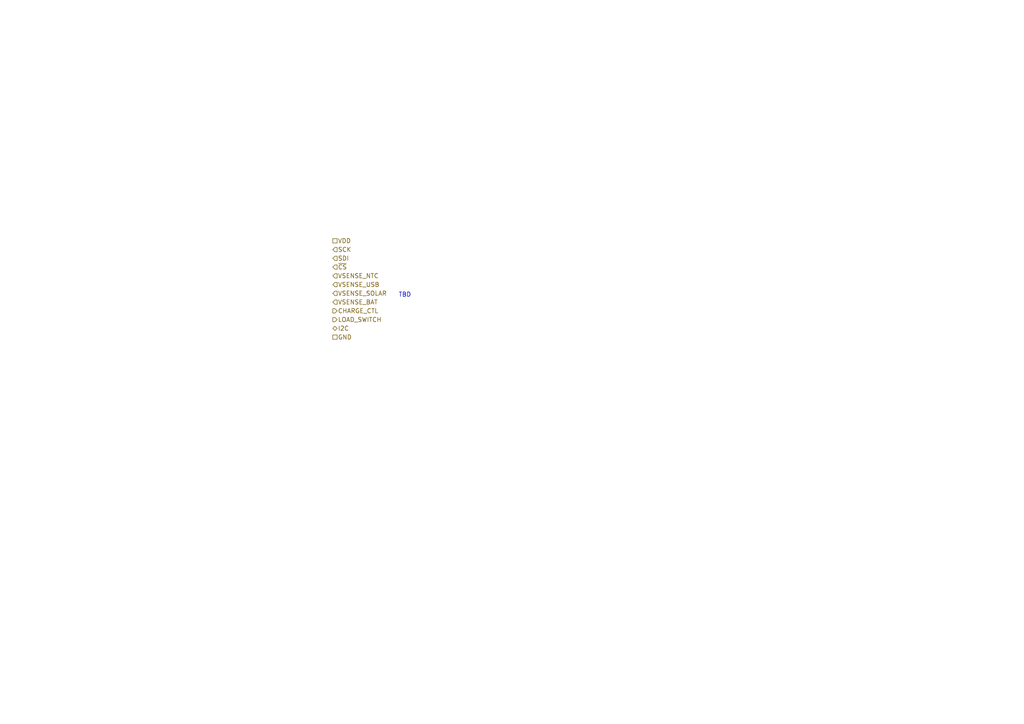
<source format=kicad_sch>
(kicad_sch (version 20211123) (generator eeschema)
  (paper "A4")
  (title_block (title "MCU") (date "2022-01-20") (rev "0.0.1"))
  (lib_symbols)
  (text "TBD" (at 115.57 86.36 0) (effects (font (size 1.27 1.27)) (justify left bottom)))
  (hierarchical_label "CHARGE_CTL" (shape output) (at 96.52 90.17 0))
  (hierarchical_label "GND" (shape passive) (at 96.52 97.79 0))
  (hierarchical_label "VDD" (shape passive) (at 96.52 69.85 0))
  (hierarchical_label "I2C" (shape bidirectional) (at 96.52 95.25 0))
  (hierarchical_label "~{CS}" (shape input) (at 96.52 77.47 0))
  (hierarchical_label "VSENSE_SOLAR" (shape input) (at 96.52 85.09 0))
  (hierarchical_label "LOAD_SWITCH" (shape output) (at 96.52 92.71 0))
  (hierarchical_label "VSENSE_USB" (shape input) (at 96.52 82.55 0))
  (hierarchical_label "SCK" (shape input) (at 96.52 72.39 0))
  (hierarchical_label "VSENSE_NTC" (shape input) (at 96.52 80.01 0))
  (hierarchical_label "SDI" (shape input) (at 96.52 74.93 0))
  (hierarchical_label "VSENSE_BAT" (shape input) (at 96.52 87.63 0))
)
</source>
